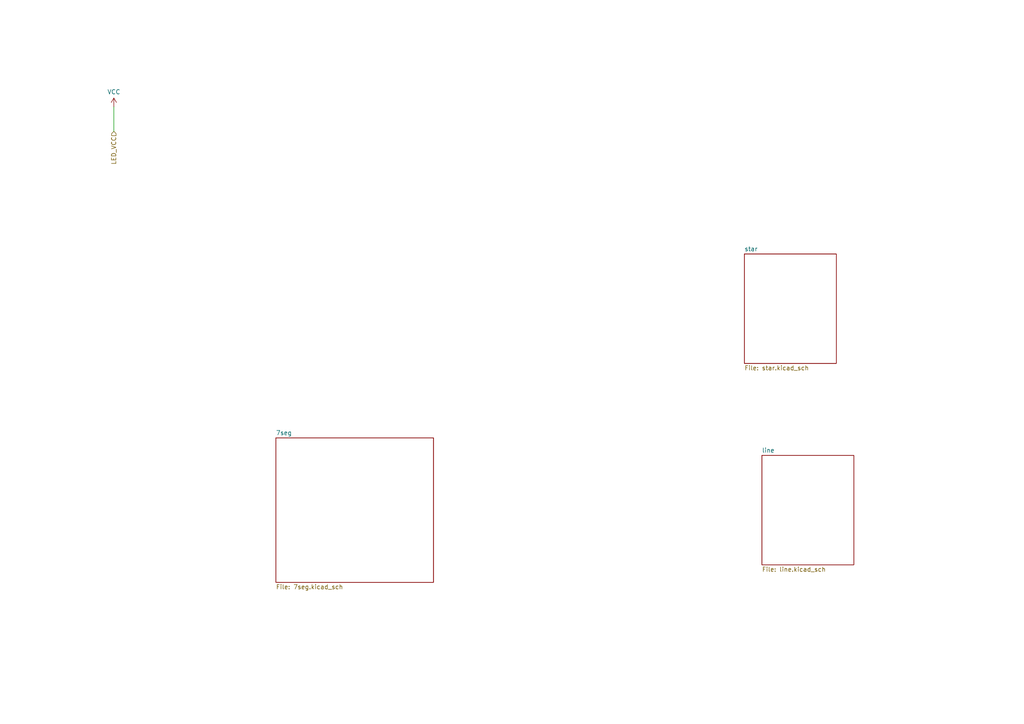
<source format=kicad_sch>
(kicad_sch (version 20230121) (generator eeschema)

  (uuid 58823427-58af-44e5-80d5-48bc77238358)

  (paper "A4")

  (lib_symbols
    (symbol "power:VCC" (power) (pin_names (offset 0)) (in_bom yes) (on_board yes)
      (property "Reference" "#PWR" (at 0 -3.81 0)
        (effects (font (size 1.27 1.27)) hide)
      )
      (property "Value" "VCC" (at 0 3.81 0)
        (effects (font (size 1.27 1.27)))
      )
      (property "Footprint" "" (at 0 0 0)
        (effects (font (size 1.27 1.27)) hide)
      )
      (property "Datasheet" "" (at 0 0 0)
        (effects (font (size 1.27 1.27)) hide)
      )
      (property "ki_keywords" "global power" (at 0 0 0)
        (effects (font (size 1.27 1.27)) hide)
      )
      (property "ki_description" "Power symbol creates a global label with name \"VCC\"" (at 0 0 0)
        (effects (font (size 1.27 1.27)) hide)
      )
      (symbol "VCC_0_1"
        (polyline
          (pts
            (xy -0.762 1.27)
            (xy 0 2.54)
          )
          (stroke (width 0) (type default))
          (fill (type none))
        )
        (polyline
          (pts
            (xy 0 0)
            (xy 0 2.54)
          )
          (stroke (width 0) (type default))
          (fill (type none))
        )
        (polyline
          (pts
            (xy 0 2.54)
            (xy 0.762 1.27)
          )
          (stroke (width 0) (type default))
          (fill (type none))
        )
      )
      (symbol "VCC_1_1"
        (pin power_in line (at 0 0 90) (length 0) hide
          (name "VCC" (effects (font (size 1.27 1.27))))
          (number "1" (effects (font (size 1.27 1.27))))
        )
      )
    )
  )


  (wire (pts (xy 33.02 38.1) (xy 33.02 30.988))
    (stroke (width 0) (type default))
    (uuid 440dabc8-235d-4d96-ba56-c5eba168156d)
  )

  (hierarchical_label "LED_VCC" (shape input) (at 33.02 38.1 270) (fields_autoplaced)
    (effects (font (size 1.27 1.27)) (justify right))
    (uuid babaf722-e3f0-4348-9289-41eda2762e14)
  )

  (symbol (lib_id "power:VCC") (at 33.02 30.988 0) (unit 1)
    (in_bom yes) (on_board yes) (dnp no) (fields_autoplaced)
    (uuid fb931868-4e9d-499c-b530-8971a5e7840e)
    (property "Reference" "#PWR02" (at 33.02 34.798 0)
      (effects (font (size 1.27 1.27)) hide)
    )
    (property "Value" "VCC" (at 33.02 26.67 0)
      (effects (font (size 1.27 1.27)))
    )
    (property "Footprint" "" (at 33.02 30.988 0)
      (effects (font (size 1.27 1.27)) hide)
    )
    (property "Datasheet" "" (at 33.02 30.988 0)
      (effects (font (size 1.27 1.27)) hide)
    )
    (pin "1" (uuid 2f9e6059-bfc5-4612-a117-400204633c42))
    (instances
      (project "d-lev-tuner"
        (path "/d0a63483-9262-4daa-933b-19ce0ffbb204/acb84e3e-b02a-4125-a5fd-76dfa9e6bc02"
          (reference "#PWR02") (unit 1)
        )
      )
    )
  )

  (sheet (at 215.9 73.66) (size 26.67 31.75) (fields_autoplaced)
    (stroke (width 0.1524) (type solid))
    (fill (color 0 0 0 0.0000))
    (uuid 998dd34d-1462-4ba1-af7d-2886b49c895b)
    (property "Sheetname" "star" (at 215.9 72.9484 0)
      (effects (font (size 1.27 1.27)) (justify left bottom))
    )
    (property "Sheetfile" "star.kicad_sch" (at 215.9 105.9946 0)
      (effects (font (size 1.27 1.27)) (justify left top))
    )
    (instances
      (project "d-lev-tuner"
        (path "/d0a63483-9262-4daa-933b-19ce0ffbb204/acb84e3e-b02a-4125-a5fd-76dfa9e6bc02" (page "3"))
      )
    )
  )

  (sheet (at 80.01 127) (size 45.72 41.91) (fields_autoplaced)
    (stroke (width 0.1524) (type solid))
    (fill (color 0 0 0 0.0000))
    (uuid b471920e-ada6-4206-9851-c97da99a943b)
    (property "Sheetname" "7seg" (at 80.01 126.2884 0)
      (effects (font (size 1.27 1.27)) (justify left bottom))
    )
    (property "Sheetfile" "7seg.kicad_sch" (at 80.01 169.4946 0)
      (effects (font (size 1.27 1.27)) (justify left top))
    )
    (instances
      (project "d-lev-tuner"
        (path "/d0a63483-9262-4daa-933b-19ce0ffbb204/acb84e3e-b02a-4125-a5fd-76dfa9e6bc02" (page "5"))
      )
    )
  )

  (sheet (at 220.98 132.08) (size 26.67 31.75) (fields_autoplaced)
    (stroke (width 0.1524) (type solid))
    (fill (color 0 0 0 0.0000))
    (uuid f1cdfdd3-9499-45e0-88e5-a434f75bdf4f)
    (property "Sheetname" "line" (at 220.98 131.3684 0)
      (effects (font (size 1.27 1.27)) (justify left bottom))
    )
    (property "Sheetfile" "line.kicad_sch" (at 220.98 164.4146 0)
      (effects (font (size 1.27 1.27)) (justify left top))
    )
    (instances
      (project "d-lev-tuner"
        (path "/d0a63483-9262-4daa-933b-19ce0ffbb204/acb84e3e-b02a-4125-a5fd-76dfa9e6bc02" (page "4"))
      )
    )
  )
)

</source>
